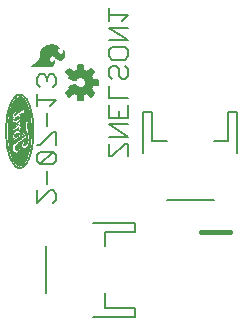
<source format=gbo>
G75*
G70*
%OFA0B0*%
%FSLAX24Y24*%
%IPPOS*%
%LPD*%
%AMOC8*
5,1,8,0,0,1.08239X$1,22.5*
%
%ADD10C,0.0060*%
%ADD11R,0.0010X0.0240*%
%ADD12R,0.0010X0.0550*%
%ADD13R,0.0010X0.0710*%
%ADD14R,0.0010X0.0860*%
%ADD15R,0.0010X0.1010*%
%ADD16R,0.0010X0.0450*%
%ADD17R,0.0010X0.0340*%
%ADD18R,0.0010X0.0300*%
%ADD19R,0.0010X0.0310*%
%ADD20R,0.0010X0.0270*%
%ADD21R,0.0010X0.0250*%
%ADD22R,0.0010X0.0540*%
%ADD23R,0.0010X0.0210*%
%ADD24R,0.0010X0.0690*%
%ADD25R,0.0010X0.0170*%
%ADD26R,0.0010X0.0830*%
%ADD27R,0.0010X0.0180*%
%ADD28R,0.0010X0.0150*%
%ADD29R,0.0010X0.0970*%
%ADD30R,0.0010X0.0160*%
%ADD31R,0.0010X0.1100*%
%ADD32R,0.0010X0.1230*%
%ADD33R,0.0010X0.0140*%
%ADD34R,0.0010X0.1330*%
%ADD35R,0.0010X0.1390*%
%ADD36R,0.0010X0.0130*%
%ADD37R,0.0010X0.1470*%
%ADD38R,0.0010X0.0120*%
%ADD39R,0.0010X0.1560*%
%ADD40R,0.0010X0.0110*%
%ADD41R,0.0010X0.1610*%
%ADD42R,0.0010X0.0100*%
%ADD43R,0.0010X0.1670*%
%ADD44R,0.0010X0.1720*%
%ADD45R,0.0010X0.1770*%
%ADD46R,0.0010X0.0090*%
%ADD47R,0.0010X0.1810*%
%ADD48R,0.0010X0.0080*%
%ADD49R,0.0010X0.0260*%
%ADD50R,0.0010X0.0400*%
%ADD51R,0.0010X0.0230*%
%ADD52R,0.0010X0.0050*%
%ADD53R,0.0010X0.0070*%
%ADD54R,0.0010X0.0320*%
%ADD55R,0.0010X0.0010*%
%ADD56R,0.0010X0.0040*%
%ADD57R,0.0010X0.0330*%
%ADD58R,0.0010X0.0020*%
%ADD59R,0.0010X0.0200*%
%ADD60R,0.0010X0.0030*%
%ADD61R,0.0010X0.0410*%
%ADD62R,0.0010X0.0060*%
%ADD63R,0.0010X0.0420*%
%ADD64R,0.0010X0.0360*%
%ADD65R,0.0010X0.0370*%
%ADD66R,0.0010X0.0380*%
%ADD67R,0.0010X0.0430*%
%ADD68R,0.0010X0.0390*%
%ADD69R,0.0010X0.0440*%
%ADD70R,0.0010X0.0190*%
%ADD71R,0.0010X0.0560*%
%ADD72R,0.0010X0.0220*%
%ADD73R,0.0010X0.0460*%
%ADD74R,0.0010X0.0470*%
%ADD75R,0.0010X0.0490*%
%ADD76R,0.0010X0.0500*%
%ADD77R,0.0010X0.0510*%
%ADD78R,0.0010X0.0520*%
%ADD79R,0.0010X0.0530*%
%ADD80R,0.0010X0.0750*%
%ADD81R,0.0010X0.0740*%
%ADD82R,0.0010X0.0730*%
%ADD83R,0.0010X0.0840*%
%ADD84R,0.0010X0.0670*%
%ADD85R,0.0010X0.0650*%
%ADD86R,0.0010X0.0480*%
%ADD87R,0.0010X0.0620*%
%ADD88R,0.0010X0.0700*%
%ADD89R,0.0010X0.0610*%
%ADD90R,0.0010X0.0590*%
%ADD91R,0.0010X0.0580*%
%ADD92R,0.0010X0.1140*%
%ADD93R,0.0010X0.1130*%
%ADD94R,0.0010X0.1200*%
%ADD95R,0.0010X0.0780*%
%ADD96R,0.0010X0.0290*%
%ADD97R,0.0010X0.0640*%
%ADD98R,0.0010X0.0570*%
%ADD99R,0.0010X0.0280*%
%ADD100R,0.0010X0.0350*%
%ADD101R,0.0010X0.0850*%
%ADD102R,0.0010X0.0880*%
%ADD103R,0.0010X0.0900*%
%ADD104R,0.0010X0.1240*%
%ADD105R,0.0010X0.1110*%
%ADD106R,0.0010X0.0870*%
%ADD107R,0.0010X0.0720*%
%ADD108C,0.0160*%
%ADD109C,0.0010*%
%ADD110C,0.0059*%
%ADD111C,0.0080*%
D10*
X005509Y005499D02*
X005509Y005926D01*
X005829Y006144D02*
X005829Y006571D01*
X005616Y006788D02*
X005509Y006895D01*
X005509Y007108D01*
X005616Y007215D01*
X006043Y007215D01*
X005616Y006788D01*
X006043Y006788D01*
X006150Y006895D01*
X006150Y007108D01*
X006043Y007215D01*
X006150Y007433D02*
X006150Y007860D01*
X006043Y007860D01*
X005616Y007433D01*
X005509Y007433D01*
X005829Y008077D02*
X005829Y008504D01*
X005936Y008722D02*
X006150Y008935D01*
X005509Y008935D01*
X005509Y008722D02*
X005509Y009149D01*
X005616Y009366D02*
X005509Y009473D01*
X005509Y009687D01*
X005616Y009793D01*
X005723Y009793D01*
X005829Y009687D01*
X005829Y009580D01*
X005829Y009687D02*
X005936Y009793D01*
X006043Y009793D01*
X006150Y009687D01*
X006150Y009473D01*
X006043Y009366D01*
X007909Y009420D02*
X007909Y008993D01*
X008550Y008993D01*
X008550Y008775D02*
X008550Y008348D01*
X007909Y008348D01*
X007909Y008775D01*
X008229Y008562D02*
X008229Y008348D01*
X007909Y008131D02*
X008550Y008131D01*
X008550Y007704D02*
X007909Y008131D01*
X007909Y007704D02*
X008550Y007704D01*
X008550Y007486D02*
X008443Y007486D01*
X008016Y007059D01*
X007909Y007059D01*
X007909Y007486D01*
X008550Y007486D02*
X008550Y007059D01*
X008443Y009637D02*
X008336Y009637D01*
X008229Y009744D01*
X008229Y009957D01*
X008123Y010064D01*
X008016Y010064D01*
X007909Y009957D01*
X007909Y009744D01*
X008016Y009637D01*
X008443Y009637D02*
X008550Y009744D01*
X008550Y009957D01*
X008443Y010064D01*
X008443Y010282D02*
X008016Y010282D01*
X007909Y010389D01*
X007909Y010602D01*
X008016Y010709D01*
X008443Y010709D01*
X008550Y010602D01*
X008550Y010389D01*
X008443Y010282D01*
X008550Y010926D02*
X007909Y010926D01*
X007909Y011353D02*
X008550Y011353D01*
X008336Y011571D02*
X008550Y011784D01*
X007909Y011784D01*
X007909Y011571D02*
X007909Y011998D01*
X007909Y011353D02*
X008550Y010926D01*
X006043Y005926D02*
X006150Y005819D01*
X006150Y005606D01*
X006043Y005499D01*
X006043Y005926D02*
X005936Y005926D01*
X005509Y005499D01*
D11*
X004909Y007384D03*
X004919Y007394D03*
X004469Y007894D03*
D12*
X004479Y007889D03*
X005329Y007889D03*
X004929Y008779D03*
X004919Y008779D03*
X004899Y008769D03*
D13*
X004489Y007889D03*
D14*
X004499Y007894D03*
D15*
X004509Y007889D03*
X005379Y007889D03*
D16*
X005229Y008469D03*
X005039Y008799D03*
X004839Y008789D03*
X004519Y008239D03*
X004519Y007549D03*
X004879Y006969D03*
X005149Y007119D03*
D17*
X005249Y007324D03*
X004759Y007034D03*
X004529Y007444D03*
X004529Y008344D03*
D18*
X004709Y007534D03*
X004539Y007384D03*
X005169Y007564D03*
X005179Y007574D03*
D19*
X004709Y007119D03*
X004719Y007099D03*
X004539Y008399D03*
D20*
X004549Y008459D03*
X004549Y007329D03*
D21*
X004559Y007269D03*
X004719Y007529D03*
X005419Y007889D03*
X004559Y008519D03*
D22*
X004939Y008784D03*
X005199Y008514D03*
X004559Y007894D03*
X005069Y007064D03*
X004959Y006994D03*
D23*
X004869Y007359D03*
X004939Y007419D03*
X004949Y007429D03*
X004959Y007429D03*
X004729Y007539D03*
X004569Y007219D03*
X005339Y007289D03*
X004739Y008089D03*
X004729Y008089D03*
X004569Y008569D03*
X005339Y008499D03*
D24*
X005159Y008529D03*
X005079Y008169D03*
X005069Y008169D03*
X005059Y008159D03*
X005049Y008159D03*
X005319Y007889D03*
X004569Y007889D03*
D25*
X004769Y008089D03*
X004779Y008089D03*
X005219Y008079D03*
X005309Y008619D03*
X004829Y007339D03*
X004579Y007169D03*
X005309Y007169D03*
D26*
X005309Y007889D03*
X004579Y007889D03*
D27*
X004759Y008084D03*
X004579Y008614D03*
D28*
X004599Y008689D03*
X004849Y008319D03*
X005289Y008689D03*
X005159Y007829D03*
X004999Y007699D03*
X005299Y007129D03*
X005289Y007099D03*
X005279Y007069D03*
X005269Y007039D03*
X004619Y007039D03*
X004609Y007069D03*
X004599Y007099D03*
X004589Y007129D03*
D29*
X004589Y007889D03*
X005299Y007889D03*
D30*
X004789Y008094D03*
X004589Y008654D03*
X005299Y008654D03*
D31*
X004599Y007894D03*
D32*
X004609Y007889D03*
D33*
X004709Y007824D03*
X004829Y007754D03*
X004839Y007764D03*
X004849Y007764D03*
X004859Y007764D03*
X004969Y007684D03*
X004819Y007334D03*
X004629Y007014D03*
X004639Y006994D03*
X004819Y008304D03*
X004839Y008314D03*
X004859Y008324D03*
X004869Y008324D03*
X004609Y008714D03*
X004619Y008744D03*
X005269Y008744D03*
X005279Y008714D03*
D34*
X005269Y007889D03*
X004619Y007889D03*
D35*
X004629Y007889D03*
D36*
X004719Y007839D03*
X004809Y007749D03*
X004819Y007749D03*
X004869Y007769D03*
X004879Y007779D03*
X004889Y007779D03*
X004959Y007669D03*
X004739Y007499D03*
X005259Y007009D03*
X004969Y008239D03*
X004879Y008329D03*
X004829Y008309D03*
X004809Y008299D03*
X004629Y008769D03*
X004639Y008789D03*
D37*
X004639Y007889D03*
D38*
X004799Y007744D03*
X004899Y007784D03*
X004949Y007654D03*
X004799Y007554D03*
X004749Y007504D03*
X004809Y007324D03*
X005119Y007464D03*
X005129Y007464D03*
X005139Y007464D03*
X005139Y007614D03*
X004879Y008144D03*
X004799Y008294D03*
X004889Y008334D03*
X004899Y008344D03*
X004649Y008814D03*
X004659Y008834D03*
X005259Y008774D03*
X004649Y006974D03*
D39*
X004649Y007894D03*
D40*
X004729Y007849D03*
X004739Y007859D03*
X004789Y007739D03*
X004859Y007589D03*
X004839Y007579D03*
X004829Y007569D03*
X004809Y007559D03*
X004789Y007549D03*
X004779Y007539D03*
X004939Y007649D03*
X005039Y007549D03*
X005109Y007599D03*
X005129Y007609D03*
X005109Y007459D03*
X005169Y007819D03*
X004969Y007909D03*
X004869Y008139D03*
X004789Y008289D03*
X004659Y006949D03*
X005249Y006979D03*
D41*
X004659Y007889D03*
D42*
X004779Y007734D03*
X004909Y007784D03*
X004929Y007634D03*
X004919Y007624D03*
X004899Y007614D03*
X004869Y007594D03*
X004849Y007584D03*
X004819Y007564D03*
X004769Y007524D03*
X004759Y007514D03*
X004799Y007324D03*
X005059Y007564D03*
X005069Y007574D03*
X005079Y007584D03*
X005089Y007594D03*
X005099Y007594D03*
X005119Y007604D03*
X004859Y008134D03*
X004959Y008234D03*
X004909Y008344D03*
X004709Y008324D03*
X004669Y008854D03*
X004679Y008874D03*
X005189Y008924D03*
X005199Y008904D03*
X005209Y008884D03*
X005219Y008864D03*
X005229Y008844D03*
X005239Y008824D03*
X005249Y008804D03*
X005239Y006954D03*
X005199Y006874D03*
X005189Y006854D03*
X004689Y006884D03*
X004679Y006904D03*
X004669Y006924D03*
D43*
X004669Y007889D03*
D44*
X004679Y007894D03*
D45*
X004689Y007889D03*
D46*
X004749Y007869D03*
X004759Y007879D03*
X004769Y007889D03*
X004779Y007889D03*
X004789Y007899D03*
X004959Y007909D03*
X004909Y007619D03*
X004889Y007609D03*
X004879Y007599D03*
X005049Y007559D03*
X005099Y007449D03*
X005229Y006939D03*
X005219Y006919D03*
X005209Y006899D03*
X005179Y006839D03*
X004709Y006849D03*
X004699Y006869D03*
X004779Y008279D03*
X004919Y008349D03*
X004689Y008899D03*
D47*
X004699Y007889D03*
D48*
X004799Y007904D03*
X004809Y007914D03*
X004819Y007924D03*
X004829Y007924D03*
X004839Y007934D03*
X004919Y007794D03*
X005049Y007704D03*
X005029Y007514D03*
X005089Y007444D03*
X004769Y007734D03*
X004949Y008234D03*
X004769Y008274D03*
X004819Y008484D03*
X004829Y008484D03*
X004839Y008494D03*
X004699Y008914D03*
X004709Y008934D03*
X004739Y008984D03*
X005169Y008964D03*
X005179Y008944D03*
X005169Y006824D03*
X004739Y006804D03*
X004729Y006814D03*
X004719Y006834D03*
D49*
X005359Y007404D03*
X005139Y007864D03*
X004709Y008104D03*
X005359Y008384D03*
D50*
X005069Y008794D03*
X004739Y008684D03*
X004729Y008664D03*
X004719Y008644D03*
X004709Y008624D03*
D51*
X004719Y008089D03*
X005349Y008439D03*
X005349Y007349D03*
X004929Y007409D03*
X004899Y007379D03*
D52*
X005009Y007469D03*
X005099Y007729D03*
X005109Y007739D03*
X004929Y007899D03*
X004899Y007969D03*
X004879Y007959D03*
X004809Y008049D03*
X004909Y008209D03*
X004919Y008219D03*
X004719Y008339D03*
X004839Y009089D03*
X004859Y009099D03*
X004879Y009109D03*
X004889Y009109D03*
X004909Y009119D03*
X004919Y009119D03*
X004929Y009119D03*
X004939Y009119D03*
X004949Y009119D03*
X004959Y009119D03*
X004969Y009119D03*
X004979Y009119D03*
X004999Y009109D03*
X005009Y009109D03*
X005029Y009099D03*
X005049Y009089D03*
X005049Y006699D03*
X005029Y006689D03*
X005009Y006679D03*
X004999Y006679D03*
X004979Y006669D03*
X004969Y006669D03*
X004929Y006669D03*
X004919Y006669D03*
X004909Y006669D03*
X004889Y006679D03*
X004879Y006679D03*
X004859Y006689D03*
X004839Y006699D03*
D53*
X004759Y006779D03*
X004749Y006789D03*
X005159Y006809D03*
X005059Y007709D03*
X005009Y007729D03*
X005179Y007819D03*
X004949Y007909D03*
X004859Y007949D03*
X004849Y007939D03*
X004799Y008059D03*
X004849Y008129D03*
X004939Y008229D03*
X004809Y008469D03*
X004719Y008949D03*
X004729Y008969D03*
X004749Y008999D03*
X004759Y009009D03*
X005159Y008979D03*
D54*
X005229Y008054D03*
X004729Y007084D03*
X004739Y007064D03*
D55*
X004759Y007629D03*
X004949Y007819D03*
X004959Y007819D03*
X004899Y007889D03*
X005039Y007669D03*
X004939Y008069D03*
X004909Y008099D03*
X004729Y008349D03*
X004929Y008429D03*
X004939Y008429D03*
D56*
X004959Y008424D03*
X004769Y008444D03*
X004899Y008204D03*
X004889Y008194D03*
X004909Y007984D03*
X005059Y007784D03*
X005069Y007784D03*
X005079Y007784D03*
X005189Y007814D03*
X005229Y007614D03*
X005079Y007434D03*
X004989Y007544D03*
X004739Y007614D03*
X004789Y007314D03*
X004939Y006664D03*
X004949Y006664D03*
X004959Y006664D03*
D57*
X004749Y007049D03*
D58*
X004749Y007624D03*
X004909Y007894D03*
X004829Y008044D03*
X004899Y008094D03*
X004949Y008074D03*
X004799Y008164D03*
X005099Y007794D03*
D59*
X004749Y008084D03*
X005329Y008544D03*
X004859Y007354D03*
X004849Y007354D03*
X005329Y007244D03*
D60*
X005089Y007789D03*
X005049Y007779D03*
X004969Y007819D03*
X004939Y007809D03*
X004919Y007899D03*
X004919Y007989D03*
X004959Y008079D03*
X004889Y008099D03*
X004839Y008129D03*
X004819Y008049D03*
X004749Y008269D03*
X004759Y008429D03*
X004949Y008429D03*
D61*
X004749Y008699D03*
X005179Y007159D03*
X004829Y006979D03*
D62*
X004769Y006764D03*
X004779Y006754D03*
X004789Y006744D03*
X004799Y006734D03*
X004809Y006724D03*
X004819Y006714D03*
X004829Y006704D03*
X004849Y006694D03*
X004869Y006684D03*
X004899Y006674D03*
X004989Y006674D03*
X005019Y006684D03*
X005039Y006694D03*
X005059Y006704D03*
X005069Y006714D03*
X005079Y006724D03*
X005089Y006734D03*
X005099Y006744D03*
X005109Y006754D03*
X005119Y006764D03*
X005129Y006774D03*
X005139Y006784D03*
X005149Y006794D03*
X005019Y007494D03*
X004979Y007524D03*
X004969Y007514D03*
X005069Y007714D03*
X005079Y007714D03*
X005089Y007724D03*
X005119Y007744D03*
X004929Y007804D03*
X004939Y007904D03*
X004889Y007964D03*
X004869Y007954D03*
X004969Y008074D03*
X004929Y008224D03*
X004929Y008354D03*
X004969Y008424D03*
X004799Y008464D03*
X004789Y008454D03*
X004779Y008454D03*
X004759Y008274D03*
X004759Y007734D03*
X004769Y009024D03*
X004779Y009034D03*
X004789Y009044D03*
X004799Y009054D03*
X004809Y009064D03*
X004819Y009074D03*
X004829Y009084D03*
X004849Y009094D03*
X004869Y009104D03*
X004899Y009114D03*
X004989Y009114D03*
X005019Y009104D03*
X005039Y009094D03*
X005059Y009084D03*
X005069Y009074D03*
X005079Y009064D03*
X005089Y009054D03*
X005099Y009044D03*
X005109Y009034D03*
X005119Y009024D03*
X005129Y009014D03*
X005139Y009004D03*
X005149Y008994D03*
D63*
X005059Y008794D03*
X004779Y008744D03*
X004769Y008724D03*
X004759Y008714D03*
X005169Y007144D03*
X004849Y006974D03*
X004839Y006974D03*
D64*
X004769Y007024D03*
X005209Y007214D03*
X005259Y007374D03*
X005369Y008284D03*
D65*
X005089Y008789D03*
X005369Y007499D03*
X004779Y007009D03*
D66*
X004789Y007004D03*
X004799Y006994D03*
X004809Y006994D03*
X005199Y007194D03*
X004979Y007804D03*
D67*
X004979Y008249D03*
X004789Y008749D03*
X004799Y008759D03*
X004809Y008769D03*
X005049Y008799D03*
X004859Y006969D03*
D68*
X004819Y006989D03*
X005189Y007179D03*
X005079Y008789D03*
D69*
X004829Y008784D03*
X004819Y008774D03*
X005159Y007134D03*
X004869Y006974D03*
D70*
X004839Y007349D03*
X005219Y007599D03*
X005319Y007209D03*
X005319Y008579D03*
D71*
X004909Y008774D03*
X004889Y008764D03*
X004879Y008754D03*
X004869Y008754D03*
X004859Y008744D03*
X004849Y008744D03*
X005059Y007054D03*
D72*
X004879Y007364D03*
X004889Y007374D03*
X005149Y007854D03*
D73*
X005139Y007104D03*
X004889Y006964D03*
X005029Y008794D03*
D74*
X005019Y008799D03*
X004899Y006969D03*
D75*
X004909Y006969D03*
X005119Y007089D03*
X004999Y008799D03*
D76*
X004989Y008794D03*
X004919Y006974D03*
D77*
X004929Y006979D03*
X005109Y007079D03*
X005209Y008499D03*
D78*
X004979Y008794D03*
X004969Y008794D03*
X005099Y007074D03*
X004939Y006984D03*
D79*
X004949Y006989D03*
X005079Y007069D03*
X005089Y007069D03*
X004959Y008789D03*
X004949Y008789D03*
D80*
X004999Y007109D03*
X004969Y007099D03*
D81*
X004979Y007094D03*
D82*
X004989Y007099D03*
X005149Y008529D03*
D83*
X004989Y008044D03*
D84*
X004999Y008139D03*
X005009Y008139D03*
D85*
X005009Y007069D03*
D86*
X005129Y007094D03*
X005219Y008484D03*
X005009Y008794D03*
D87*
X005019Y007064D03*
D88*
X005019Y008134D03*
X005029Y008134D03*
X005039Y008144D03*
X005089Y008174D03*
D89*
X005179Y008519D03*
X005029Y007059D03*
D90*
X005039Y007059D03*
D91*
X005049Y007054D03*
D92*
X005099Y008394D03*
D93*
X005109Y008389D03*
X005119Y008369D03*
D94*
X005129Y008324D03*
D95*
X005139Y008514D03*
D96*
X005189Y007589D03*
X005159Y007559D03*
X005149Y007549D03*
D97*
X005169Y008524D03*
D98*
X005189Y008519D03*
X005409Y007889D03*
D99*
X005209Y007624D03*
X005199Y007604D03*
D100*
X005239Y007289D03*
X005229Y007259D03*
X005219Y007229D03*
D101*
X005239Y008249D03*
D102*
X005249Y008194D03*
D103*
X005259Y008134D03*
D104*
X005279Y007894D03*
D105*
X005289Y007889D03*
D106*
X005389Y007889D03*
D107*
X005399Y007894D03*
D108*
X010973Y004543D02*
X011943Y004543D01*
D109*
X006364Y010337D02*
X006386Y010368D01*
X006401Y010399D01*
X006410Y010432D01*
X006413Y010466D01*
X006410Y010501D01*
X006401Y010536D01*
X006397Y010545D01*
X006391Y010559D01*
X006382Y010579D01*
X006369Y010596D01*
X006368Y010597D01*
X006368Y010597D01*
X006368Y010573D01*
X006366Y010552D01*
X006360Y010532D01*
X006349Y010512D01*
X006334Y010496D01*
X006315Y010484D01*
X006293Y010477D01*
X006280Y010476D01*
X006267Y010479D01*
X006247Y010488D01*
X006228Y010499D01*
X006211Y010513D01*
X006197Y010530D01*
X006171Y010566D01*
X006161Y010586D01*
X006157Y010608D01*
X006159Y010631D01*
X006162Y010639D01*
X006173Y010654D01*
X006187Y010666D01*
X006192Y010668D01*
X006198Y010669D01*
X006233Y010669D01*
X006197Y010713D01*
X006152Y010749D01*
X006115Y010769D01*
X006076Y010783D01*
X006035Y010791D01*
X005959Y010793D01*
X005884Y010782D01*
X005812Y010757D01*
X005746Y010720D01*
X005702Y010685D01*
X005664Y010645D01*
X005632Y010599D01*
X005608Y010551D01*
X005594Y010499D01*
X006228Y010499D01*
X006218Y010507D02*
X005596Y010507D01*
X005594Y010499D02*
X005589Y010445D01*
X005589Y010355D01*
X005586Y010340D01*
X005581Y010325D01*
X005557Y010285D01*
X005526Y010251D01*
X005310Y010059D01*
X005907Y010059D01*
X005940Y010062D01*
X005971Y010071D01*
X006000Y010087D01*
X006022Y010106D01*
X006039Y010128D01*
X006052Y010154D01*
X006059Y010181D01*
X006062Y010218D01*
X006059Y010255D01*
X006056Y010274D01*
X006057Y010267D01*
X006055Y010260D01*
X006052Y010254D01*
X006028Y010221D01*
X006023Y010216D01*
X006016Y010212D01*
X005999Y010208D01*
X005981Y010208D01*
X005963Y010212D01*
X005946Y010221D01*
X005932Y010234D01*
X005917Y010259D01*
X005908Y010287D01*
X005907Y010316D01*
X005911Y010341D01*
X005919Y010365D01*
X005931Y010387D01*
X005946Y010405D01*
X005965Y010418D01*
X005987Y010426D01*
X006010Y010427D01*
X006033Y010423D01*
X006054Y010413D01*
X006072Y010398D01*
X006133Y010341D01*
X006202Y010294D01*
X006229Y010283D01*
X006258Y010279D01*
X006287Y010283D01*
X006314Y010293D01*
X006338Y010310D01*
X006364Y010337D01*
X006138Y010337D01*
X006127Y010346D02*
X006370Y010346D01*
X006376Y010354D02*
X006118Y010354D01*
X006109Y010363D02*
X006382Y010363D01*
X006388Y010371D02*
X006100Y010371D01*
X006091Y010380D02*
X006392Y010380D01*
X006396Y010388D02*
X006082Y010388D01*
X006073Y010397D02*
X006400Y010397D01*
X006403Y010405D02*
X006063Y010405D01*
X006053Y010414D02*
X006405Y010414D01*
X006408Y010422D02*
X006035Y010422D01*
X005978Y010422D02*
X005589Y010422D01*
X005589Y010414D02*
X005960Y010414D01*
X005947Y010405D02*
X005589Y010405D01*
X005589Y010397D02*
X005939Y010397D01*
X005932Y010388D02*
X005589Y010388D01*
X005589Y010380D02*
X005927Y010380D01*
X005923Y010371D02*
X005589Y010371D01*
X005589Y010363D02*
X005918Y010363D01*
X005916Y010354D02*
X005589Y010354D01*
X005587Y010346D02*
X005913Y010346D01*
X005910Y010337D02*
X005585Y010337D01*
X005582Y010329D02*
X005909Y010329D01*
X005908Y010320D02*
X005578Y010320D01*
X005573Y010312D02*
X005907Y010312D01*
X005908Y010303D02*
X005568Y010303D01*
X005563Y010295D02*
X005908Y010295D01*
X005909Y010286D02*
X005558Y010286D01*
X005551Y010278D02*
X005911Y010278D01*
X005914Y010269D02*
X005543Y010269D01*
X005535Y010261D02*
X005916Y010261D01*
X005921Y010252D02*
X005527Y010252D01*
X005518Y010244D02*
X005926Y010244D01*
X005931Y010235D02*
X005508Y010235D01*
X005499Y010227D02*
X005940Y010227D01*
X005951Y010218D02*
X005489Y010218D01*
X005480Y010210D02*
X005973Y010210D01*
X006006Y010210D02*
X006061Y010210D01*
X006062Y010218D02*
X006025Y010218D01*
X006032Y010227D02*
X006061Y010227D01*
X006061Y010235D02*
X006038Y010235D01*
X006045Y010244D02*
X006060Y010244D01*
X006059Y010252D02*
X006051Y010252D01*
X006055Y010261D02*
X006058Y010261D01*
X006056Y010269D02*
X006057Y010269D01*
X006061Y010201D02*
X005470Y010201D01*
X005461Y010193D02*
X006060Y010193D01*
X006059Y010184D02*
X005451Y010184D01*
X005441Y010176D02*
X006058Y010176D01*
X006055Y010167D02*
X005432Y010167D01*
X005422Y010159D02*
X006053Y010159D01*
X006050Y010150D02*
X005413Y010150D01*
X005403Y010142D02*
X006046Y010142D01*
X006042Y010133D02*
X005394Y010133D01*
X005384Y010125D02*
X006037Y010125D01*
X006030Y010116D02*
X005374Y010116D01*
X005365Y010108D02*
X006023Y010108D01*
X006014Y010099D02*
X005355Y010099D01*
X005346Y010091D02*
X006004Y010091D01*
X005991Y010082D02*
X005336Y010082D01*
X005327Y010074D02*
X005976Y010074D01*
X005952Y010065D02*
X005317Y010065D01*
X005589Y010431D02*
X006410Y010431D01*
X006411Y010439D02*
X005589Y010439D01*
X005589Y010448D02*
X006412Y010448D01*
X006412Y010456D02*
X005590Y010456D01*
X005591Y010465D02*
X006413Y010465D01*
X006412Y010473D02*
X005592Y010473D01*
X005592Y010482D02*
X006260Y010482D01*
X006242Y010490D02*
X005593Y010490D01*
X005599Y010516D02*
X006209Y010516D01*
X006202Y010524D02*
X005601Y010524D01*
X005603Y010533D02*
X006195Y010533D01*
X006189Y010541D02*
X005606Y010541D01*
X005608Y010550D02*
X006183Y010550D01*
X006177Y010558D02*
X005612Y010558D01*
X005616Y010567D02*
X006171Y010567D01*
X006166Y010575D02*
X005620Y010575D01*
X005625Y010584D02*
X006162Y010584D01*
X006160Y010592D02*
X005629Y010592D01*
X005633Y010601D02*
X006158Y010601D01*
X006157Y010609D02*
X005639Y010609D01*
X005645Y010618D02*
X006158Y010618D01*
X006159Y010626D02*
X005651Y010626D01*
X005657Y010635D02*
X006160Y010635D01*
X006165Y010643D02*
X005663Y010643D01*
X005671Y010652D02*
X006171Y010652D01*
X006180Y010660D02*
X005679Y010660D01*
X005687Y010669D02*
X006197Y010669D01*
X006219Y010686D02*
X005703Y010686D01*
X005695Y010677D02*
X006226Y010677D01*
X006212Y010694D02*
X005714Y010694D01*
X005725Y010703D02*
X006205Y010703D01*
X006198Y010711D02*
X005735Y010711D01*
X005746Y010720D02*
X006189Y010720D01*
X006178Y010728D02*
X005761Y010728D01*
X005776Y010737D02*
X006167Y010737D01*
X006157Y010745D02*
X005791Y010745D01*
X005806Y010754D02*
X006143Y010754D01*
X006127Y010762D02*
X005827Y010762D01*
X005852Y010771D02*
X006109Y010771D01*
X006086Y010779D02*
X005876Y010779D01*
X005923Y010788D02*
X006051Y010788D01*
X006368Y010592D02*
X006372Y010592D01*
X006368Y010584D02*
X006378Y010584D01*
X006384Y010575D02*
X006368Y010575D01*
X006367Y010567D02*
X006388Y010567D01*
X006391Y010558D02*
X006366Y010558D01*
X006365Y010550D02*
X006395Y010550D01*
X006399Y010541D02*
X006363Y010541D01*
X006360Y010533D02*
X006402Y010533D01*
X006404Y010524D02*
X006356Y010524D01*
X006351Y010516D02*
X006406Y010516D01*
X006408Y010507D02*
X006345Y010507D01*
X006337Y010499D02*
X006410Y010499D01*
X006411Y010490D02*
X006326Y010490D01*
X006309Y010482D02*
X006412Y010482D01*
X006356Y010329D02*
X006150Y010329D01*
X006163Y010320D02*
X006348Y010320D01*
X006340Y010312D02*
X006176Y010312D01*
X006188Y010303D02*
X006329Y010303D01*
X006317Y010295D02*
X006201Y010295D01*
X006221Y010286D02*
X006297Y010286D01*
D110*
X006585Y009984D02*
X006484Y009883D01*
X006605Y009734D01*
X006574Y009674D01*
X006779Y009590D01*
X006800Y009628D01*
X006830Y009660D01*
X006867Y009685D01*
X006909Y009699D01*
X006953Y009703D01*
X006997Y009697D01*
X007038Y009681D01*
X007074Y009655D01*
X007102Y009622D01*
X007122Y009582D01*
X007132Y009539D01*
X007132Y009495D01*
X007121Y009452D01*
X007100Y009413D01*
X007071Y009380D01*
X007034Y009355D01*
X006993Y009340D01*
X006949Y009334D01*
X006906Y009340D01*
X006865Y009355D01*
X006829Y009379D01*
X006800Y009411D01*
X006779Y009448D01*
X006574Y009364D01*
X006605Y009304D01*
X006484Y009155D01*
X006710Y009155D01*
X006734Y009175D02*
X006585Y009054D01*
X006484Y009155D01*
X006530Y009213D02*
X007368Y009213D01*
X007414Y009155D02*
X007293Y009304D01*
X007324Y009364D01*
X007345Y009428D01*
X007535Y009447D01*
X007535Y009591D01*
X007345Y009610D01*
X007324Y009674D01*
X007293Y009734D01*
X007414Y009883D01*
X007313Y009984D01*
X007164Y009863D01*
X007104Y009894D01*
X007040Y009915D01*
X007021Y010105D01*
X006877Y010105D01*
X006858Y009915D01*
X006794Y009894D01*
X006734Y009863D01*
X006585Y009984D01*
X006562Y009961D02*
X006614Y009961D01*
X006685Y009903D02*
X006505Y009903D01*
X006514Y009846D02*
X007384Y009846D01*
X007394Y009903D02*
X007213Y009903D01*
X007284Y009961D02*
X007336Y009961D01*
X007338Y009788D02*
X006561Y009788D01*
X006603Y009731D02*
X007295Y009731D01*
X007325Y009673D02*
X007048Y009673D01*
X007105Y009616D02*
X007343Y009616D01*
X007535Y009558D02*
X007128Y009558D01*
X007132Y009501D02*
X007535Y009501D01*
X007495Y009443D02*
X007116Y009443D01*
X007075Y009385D02*
X007331Y009385D01*
X007306Y009328D02*
X006592Y009328D01*
X006577Y009270D02*
X007321Y009270D01*
X007414Y009155D02*
X007313Y009054D01*
X007164Y009175D01*
X007104Y009144D01*
X007040Y009123D01*
X007021Y008933D01*
X006877Y008933D01*
X006858Y009123D01*
X006794Y009144D01*
X006734Y009175D01*
X006772Y009155D02*
X007126Y009155D01*
X007188Y009155D02*
X007414Y009155D01*
X007357Y009098D02*
X007259Y009098D01*
X007038Y009098D02*
X006860Y009098D01*
X006866Y009040D02*
X007032Y009040D01*
X007026Y008983D02*
X006872Y008983D01*
X006639Y009098D02*
X006541Y009098D01*
X006627Y009385D02*
X006823Y009385D01*
X006782Y009443D02*
X006765Y009443D01*
X006793Y009616D02*
X006716Y009616D01*
X006850Y009673D02*
X006577Y009673D01*
X006823Y009903D02*
X007075Y009903D01*
X007036Y009961D02*
X006862Y009961D01*
X006868Y010019D02*
X007030Y010019D01*
X007024Y010076D02*
X006874Y010076D01*
D111*
X009032Y008549D02*
X009347Y008549D01*
X009347Y007564D01*
X009820Y007564D01*
X009032Y007171D02*
X009032Y008549D01*
X011394Y007564D02*
X011867Y007564D01*
X011867Y008549D01*
X012182Y008549D01*
X012182Y007171D01*
X011394Y005596D02*
X009820Y005596D01*
X008761Y004854D02*
X008761Y004539D01*
X007776Y004539D01*
X007776Y004066D01*
X007383Y004854D02*
X008761Y004854D01*
X007776Y002492D02*
X007776Y002019D01*
X008761Y002019D01*
X008761Y001704D01*
X007383Y001704D01*
X005808Y002492D02*
X005808Y004066D01*
M02*

</source>
